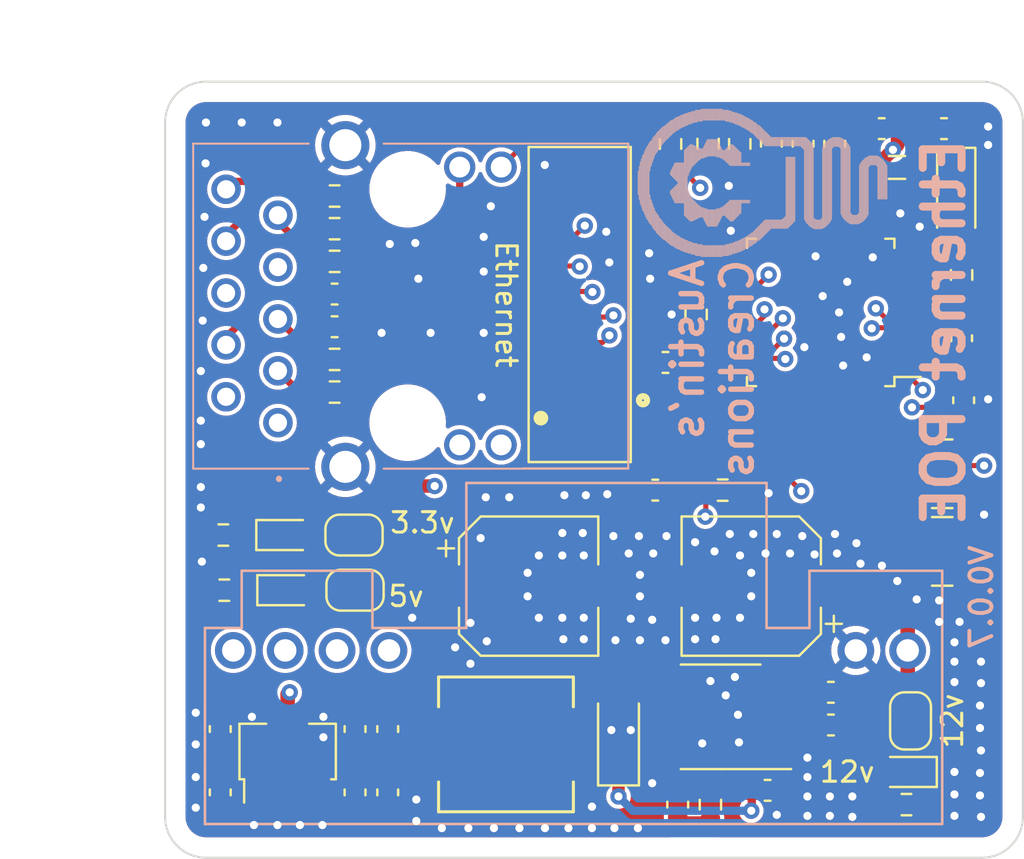
<source format=kicad_pcb>
(kicad_pcb (version 20221018) (generator pcbnew)
  (layers (0 "F.Cu" signal) (1 "In1.Cu" signal) (2 "In2.Cu" signal) (31 "B.Cu" signal) (34 "B.Paste" user) (35 "F.Paste" user) (36 "B.SilkS" user "B.Silkscreen") (37 "F.SilkS" user "F.Silkscreen") (38 "B.Mask" user) (39 "F.Mask" user) (44 "Edge.Cuts" user))
  (net 0 "")
  (net 1 "GND")
  (net 2 "+12V")
  (net 3 "Net-(U1-XI{slash}CLKIN)")
  (net 4 "+3.3V")
  (net 5 "+3.3VA")
  (net 6 "Net-(U1-XO)")
  (net 7 "Net-(C6-Pad2)")
  (net 8 "+5V")
  (net 9 "Net-(U2-SS)")
  (net 10 "Net-(U1-1V2O)")
  (net 11 "Net-(RJ45-1-RCT)")
  (net 12 "IO25_RST")
  (net 13 "IO27_SDO")
  (net 14 "IO26_CS")
  (net 15 "IO32_SCK")
  (net 16 "IO33_SDI")
  (net 17 "Net-(RJ45-1-TCT)")
  (net 18 "Net-(D1-K)")
  (net 19 "Net-(U1-TOCAP)")
  (net 20 "Net-(D2-K)")
  (net 21 "Net-(D2-A)")
  (net 22 "Net-(D3-K)")
  (net 23 "Net-(D3-A)")
  (net 25 "Net-(U2-BOOT)")
  (net 26 "Net-(R3-Pad2)")
  (net 27 "Net-(D4-K)")
  (net 28 "Net-(D4-A)")
  (net 29 "Net-(U1-~{INT})")
  (net 30 "Net-(RJ45-1-RD+)")
  (net 31 "Net-(RJ45-1-TD-)")
  (net 32 "Net-(RJ45-1-RD-)")
  (net 33 "Net-(RJ45-1-TD+)")
  (net 34 "VA1")
  (net 35 "VA2")
  (net 36 "VB1")
  (net 37 "VB2")
  (net 38 "Net-(RJ45-1-CATHODE_YELLOW)")
  (net 39 "Net-(U2-COMP)")
  (net 40 "Net-(RJ45-1-CATHODE_GREEN)")
  (net 41 "Net-(U1-EXRES1)")
  (net 42 "Net-(RN1-R4.2)")
  (net 43 "Net-(RN1-R3.2)")
  (net 44 "Net-(RN1-R2.2)")
  (net 45 "Net-(RN1-R1.2)")
  (net 46 "Net-(RN2-R1.1)")
  (net 47 "Net-(RN2-R2.1)")
  (net 48 "Net-(RN2-R3.1)")
  (net 49 "Net-(RN2-R4.1)")
  (net 50 "Net-(U1-LINKLED)")
  (net 51 "Net-(U1-ACTLED)")
  (footprint "Capacitor_SMD:C_0603_1608Metric" (layer "F.Cu") (at 30.9 51.7 -90)
    (fp_text reference "C19" hide)
    (fp_text value "10uF 25v" hide)
  )
  (footprint "Resistor_SMD:R_0603_1608Metric" (layer "F.Cu") (at 22.85 42.2)
    (fp_text reference "R15" hide)
    (fp_text value "10k" hide)
  )
  (footprint "Resistor_SMD:R_0603_1608Metric" (layer "F.Cu") (at 44.75 23.05 -90)
    (fp_text reference "R11" hide)
    (fp_text value "470R" hide)
  )
  (footprint "LED_SMD:LED_0603_1608Metric" (layer "F.Cu") (at 25.95 42.2)
    (fp_text reference "D4" hide)
    (fp_text value "red" hide)
  )
  (footprint "Capacitor_SMD:C_0603_1608Metric" (layer "F.Cu") (at 45.1 55.4 -90)
    (fp_text reference "C6" hide)
    (fp_text value "2.2nF" hide)
  )
  (footprint "Capacitor_Tantalum_SMD:CP_EIA-3216-18_Kemet-A" (layer "F.Cu") (at 58.7375 25.55 -90)
    (fp_text reference "C7" hide)
    (fp_text value "10uF 6.3V A TANT" hide)
  )
  (footprint "LED_SMD:LED_0603_1608Metric" (layer "F.Cu") (at 56.3 53.8 180)
    (fp_text reference "D2" hide)
    (fp_text value "red" hide)
  )
  (footprint "Capacitor_SMD:C_0603_1608Metric" (layer "F.Cu") (at 28.3 30.4 180)
    (fp_text reference "C17" hide)
    (fp_text value "22nF" hide)
  )
  (footprint "Jumper:SolderJumper-2_P1.3mm_Bridged_RoundedPad1.0x1.5mm" (layer "F.Cu") (at 29.3 44.9)
    (fp_text reference "JP2" hide)
    (fp_text value "5v")
  )
  (footprint "Austins creations:IND-SMD_L7.1-W6.6" (layer "F.Cu") (at 36.69 52.45 180)
    (fp_text reference "L2" hide)
    (fp_text value "82uH 2A" hide)
  )
  (footprint "bare-footprints:8 pin jst 1.25 vertical" (layer "F.Cu") (at 40.3 30.9 -90)
    (fp_text reference "J1" hide)
    (fp_text value "Ethernet")
  )
  (footprint "Capacitor_SMD:C_0603_1608Metric" (layer "F.Cu") (at 58.1375 22.3 180)
    (fp_text reference "C12" hide)
    (fp_text value "100nF" hide)
  )
  (footprint "Resistor_SMD:R_0603_1608Metric" (layer "F.Cu") (at 46 31.4 -90)
    (fp_text reference "R1" hide)
    (fp_text value "1M" hide)
  )
  (footprint "Resistor_SMD:R_0603_1608Metric" (layer "F.Cu") (at 46.5875 23.0365 -90)
    (fp_text reference "R10" hide)
    (fp_text value "470R" hide)
  )
  (footprint "Capacitor_SMD:CP_Elec_6.3x7.7" (layer "F.Cu") (at 37.8 44.7)
    (fp_text reference "C18" hide)
    (fp_text value "150uF 25v" hide)
  )
  (footprint "Resistor_SMD:R_0603_1608Metric" (layer "F.Cu") (at 46.7 55.4 -90)
    (fp_text reference "R4" hide)
    (fp_text value "47k" hide)
  )
  (footprint "LED_SMD:LED_0603_1608Metric" (layer "F.Cu") (at 26 44.9)
    (fp_text reference "D3" hide)
    (fp_text value "red" hide)
  )
  (footprint "Resistor_SMD:R_0603_1608Metric" (layer "F.Cu") (at 28.3 27.2)
    (fp_text reference "R7" hide)
    (fp_text value "49.9R" hide)
  )
  (footprint "Capacitor_SMD:C_0603_1608Metric" (layer "F.Cu") (at 52.7875 23.0365 -90)
    (fp_text reference "C11" hide)
    (fp_text value "4.7uF" hide)
  )
  (footprint "Capacitor_SMD:C_0603_1608Metric" (layer "F.Cu") (at 51.2375 23.0365 -90)
    (fp_text reference "C14" hide)
    (fp_text value "100nF" hide)
  )
  (footprint "Package_TO_SOT_SMD:SOT-89-3" (layer "F.Cu") (at 26 53.1 90)
    (fp_text reference "U3" hide)
    (fp_text value "LM1117-3.3" hide)
  )
  (footprint "Jumper:SolderJumper-2_P1.3mm_Bridged_RoundedPad1.0x1.5mm" (layer "F.Cu") (at 29.25 42.2)
    (fp_text reference "JP3" hide)
    (fp_text value "3.3v")
  )
  (footprint "Capacitor_SMD:C_0603_1608Metric" (layer "F.Cu") (at 55.0875 22.3)
    (fp_text reference "C4" hide)
    (fp_text value "100nF" hide)
  )
  (footprint "Package_QFP:LQFP-48_7x7mm_P0.5mm" (layer "F.Cu") (at 52.1 31.3 180)
    (fp_text reference "U1" hide)
    (fp_text value "W5500" hide)
  )
  (footprint "Capacitor_SMD:C_0603_1608Metric" (layer "F.Cu") (at 28.3 32 180)
    (fp_text reference "C15" hide)
    (fp_text value "10nF" hide)
  )
  (footprint "Resistor_SMD:R_0603_1608Metric" (layer "F.Cu") (at 28.3 33.6 180)
    (fp_text reference "R6" hide)
    (fp_text value "49.9R" hide)
  )
  (footprint "Resistor_SMD:R_0603_1608Metric" (layer "F.Cu") (at 59 29.4635 90)
    (fp_text reference "R5" hide)
    (fp_text value "12.4k" hide)
  )
  (footprint "Capacitor_SMD:C_0603_1608Metric" (layer "F.Cu") (at 49.6875 23.0365 -90)
    (fp_text reference "C10" hide)
    (fp_text value "10nF" hide)
  )
  (footprint "Capacitor_SMD:C_0603_1608Metric" (layer "F.Cu") (at 52.6 51.5 180)
    (fp_text reference "C5" hide)
    (fp_text value "10uF 25v" hide)
  )
  (footprint "Capacitor_SMD:C_0603_1608Metric" (layer "F.Cu") (at 52.6 49.9 180)
    (fp_text reference "C8" hide)
    (fp_text value "10nF" hide)
  )
  (footprint "Resistor_SMD:R_Array_Convex_4x0603" (layer "F.Cu") (at 58.05 39.2 180)
    (fp_text reference "RN1" hide)
    (fp_text value "10k" hide)
  )
  (footprint "Inductor_SMD:L_0805_2012Metric" (layer "F.Cu") (at 55.8375 24.2)
    (fp_text reference "L1" hide)
    (fp_text value "1uH 250mA 0805" hide)
  )
  (footprint "Austins creations:25MHz_SMD_Crystal_Resonator" (layer "F.Cu") (at 45.3 36.8 -90)
    (fp_text reference "Y1" hide)
    (fp_text value "25MHz_SMD_Crystal_Resonator" hide)
  )
  (footprint "Capacitor_SMD:C_0603_1608Metric" (layer "F.Cu") (at 30.9 54.8 90)
    (fp_text reference "C20" hide)
    (fp_text value "10uF 25v" hide)
  )
  (footprint "Resistor_SMD:R_0603_1608Metric" (layer "F.Cu") (at 28.3 28.8)
    (fp_text reference "R12" hide)
    (fp_text value "10R" hide)
  )
  (footprint "Capacitor_SMD:C_0603_1608Metric" (layer "F.Cu") (at 59 32.5635 -90)
    (fp_text reference "C13" hide)
    (fp_text value "100nF" hide)
  )
  (footprint "Capacitor_SMD:C_0603_1608Metric" (layer "F.Cu") (at 29.3 51.7 90)
    (fp_text reference "C22" hide)
    (fp_text value "1uF" hide)
  )
  (footprint "Capacitor_SMD:C_0603_1608Metric" (layer "F.Cu") (at 22.7 51.7 90)
    (fp_text reference "C24" hide)
    (fp_text value "1uF" hide)
  )
  (footprint "Resistor_SMD:R_Array_Convex_4x0603" (layer "F.Cu") (at 58.05 43)
    (fp_text reference "RN2" hide)
    (fp_text value "10k" hide)
  )
  (footprint "Jumper:SolderJumper-2_P1.3mm_Bridged_RoundedPad1.0x1.5mm" (layer "F.Cu") (at 56.5 51.3 90)
    (fp_text reference "JP1" hide)
    (fp_text value "12v")
  )
  (footprint "Package_SO:SOIC-8_3.9x4.9mm_P1.27mm" (layer "F.Cu") (at 47.2 51.1 180)
    (fp_text reference "U2" hide)
    (fp_text value "TPS5405DR" hide)
  )
  (footprint "Capacitor_SMD:C_0603_1608Metric" (layer "F.Cu") (at 22.7 54.8 90)
    (fp_text reference "C23" hide)
    (fp_text value "10uF 25v" hide)
  )
  (footprint "Diode_SMD:D_SOD-123" (layer "F.Cu") (at 42.2 52.1 90)
    (fp_text reference "D1" hide)
    (fp_text value "DSK24" hide)
  )
  (footprint "Resistor_SMD:R_0603_1608Metric" (layer "F.Cu") (at 28.3 25.6)
    (fp_text reference "R9" hide)
    (fp_text value "49.9R" hide)
  )
  (footprint "Capacitor_SMD:C_0603_1608Metric" (layer "F.Cu") (at 49.5 54.7 180)
    (fp_text reference "C16" hide)
    (fp_text value "100nF" hide)
  )
  (footprint "Capacitor_SMD:C_0603_1608Metric" (layer "F.Cu") (at 59.1 35.6 90)
    (fp_text reference "C9" hide)
    (fp_text value "10nF" hide)
  )
  (footprint "Capacitor_SMD:C_0603_1608Metric" (layer "F.Cu") (at 44 40)
    (fp_text reference "C2" hide)
    (fp_text value "20pF" hide)
  )
  (footprint "Capacitor_SMD:CP_Elec_6.3x7.7" (layer "F.Cu") (at 48.7 44.7 180)
    (fp_text reference "C3" hide)
    (fp_text value "150uF 25v" hide)
  )
  (footprint "Resistor_SMD:R_0603_1608Metric" (layer "F.Cu") (at 47.3 40 180)
    (fp_text reference "R2" hide)
    (fp_text value "10k" hide)
  )
  (footprint "Resistor_SMD:R_0603_1608Metric" (layer "F.Cu") (at 56.3 55.4 180)
    (fp_text reference "R13" hide)
    (fp_text value "10k" hide)
  )
  (footprint "Capacitor_SMD:C_0603_1608Metric" (layer "F.Cu") (at 44.5 33.75 180)
    (fp_text reference "C1" hide)
    (fp_text value "20pF" hide)
  )
  (footprint "Resistor_SMD:R_0603_1608Metric" (layer "F.Cu") (at 22.9 44.9)
    (fp_text reference "R14" hide)
    (fp_text value "10k" hide)
  )
  (footprint "Resistor_SMD:R_0603_1608Metric" (layer "F.Cu") (at 48.1375 23.05 -90)
    (fp_text reference "R3" hide)
    (fp_text value "10k" hide)
  )
  (footprint "Resistor_SMD:R_0603_1608Metric" (layer "F.Cu") (at 28.3 35.2 180)
    (fp_text reference "R8" hide)
    (fp_text value "49.9R" hide)
  )
  (footprint "Capacitor_SMD:C_0603_1608Metric" (layer "F.Cu") (at 29.3 54.8 90)
    (fp_text reference "C21" hide)
    (fp_text value "10uF 25v" hide)
  )
  (footprint "Austins creations:ARJM11D7114ABEW2" (layer "B.Cu") (at 32 31 -90)
    (fp_text reference "RJ45-1" hide)
    (fp_text value "ARJM11D7114ABEW2" hide)
  )
  (footprint "Austins creations:DP1435" (layer "B.Cu") (at 40 48)
    (fp_text reference "POE1" hide)
    (fp_text value "DP1435" hide)
  )
  (footprint "logos:Creations logo med" (layer "B.Cu") (at 46.8 25 -90)
    (fp_text reference "LOGO1" hide)
    (fp_text value "Creations_logo_med" hide)
  )
  (gr_arc (start 20 22) (mid 20.585786 20.585786) (end 22 20) (stroke (width 0.1)) (layer "Edge.Cuts"))
  (gr_arc (start 22 58) (mid 20.585786 57.414214) (end 20 56) (stroke (width 0.1)) (layer "Edge.Cuts"))
  (gr_line (start 20 22) (end 20 56) (stroke (width 0.1)) (layer "Edge.Cuts"))
  (gr_arc (start 60 20) (mid 61.414214 20.585786) (end 62 22) (stroke (width 0.1)) (layer "Edge.Cuts"))
  (gr_line (start 22 58) (end 60 58) (stroke (width 0.1)) (layer "Edge.Cuts"))
  (gr_line (start 60 20) (end 22 20) (stroke (width 0.1)) (layer "Edge.Cuts"))
  (gr_line (start 62 56) (end 62 22) (stroke (width 0.1)) (layer "Edge.Cuts"))
  (gr_arc (start 62 56) (mid 61.414214 57.414214) (end 60 58) (stroke (width 0.1)) (layer "Edge.Cuts"))
  (gr_text "Austin's\nCreations" (at 48.9 28.55 90) (layer "B.SilkS") (effects (font (size 1.5113 1.5113) (thickness 0.2667)) (justify left bottom mirror)))
  (gr_text "V0.0.7" (at 60.6 42.6 90) (layer "B.SilkS") (effects (font (size 1.0795 1.0795) (thickness 0.1905)) (justify left bottom mirror)))
  (gr_text "Ethernet POE" (at 59.25 22.6 90) (layer "B.SilkS") (effects (font (size 1.9 1.9) (thickness 0.395)) (justify left bottom mirror)))
  (gr_text "12v" (at 53.4 53.8) (layer "F.SilkS") (effects (font (size 1 1))))
  (via (at 39.45 43.2) (size 0.8) (drill 0.4) (layers "F.Cu" "B.Cu") (net 1))
  (via (at 56.8 45.35) (size 0.8) (drill 0.4) (layers "F.Cu" "B.Cu") (net 1))
  (via (at 37.35 56.55) (size 0.8) (drill 0.4) (layers "F.Cu" "B.Cu") (net 1))
  (via (at 48.15 43.2) (size 0.8) (drill 0.4) (layers "F.Cu" "B.Cu") (net 1))
  (via (at 35.75 47.4) (size 0.8) (drill 0.4) (layers "F.Cu" "B.Cu") (net 1))
  (via (at 60.3 35.55) (size 0.8) (drill 0.4) (layers "F.Cu" "B.Cu") (net 1))
  (via (at 52.9 43.1) (size 0.8) (drill 0.4) (layers "F.Cu" "B.Cu") (net 1))
  (via (at 40.5 46.25) (size 0.8) (drill 0.4) (layers "F.Cu" "B.Cu") (net 1))
  (via (at 52.55 55) (size 0.8) (drill 0.4) (layers "F.Cu" "B.Cu") (net 1))
  (via (at 59.9 53.85) (size 0.8) (drill 0.4) (layers "F.Cu" "B.Cu") (net 1))
  (via (at 43.2 42.25) (size 0.8) (drill 0.4) (layers "F.Cu" "B.Cu") (net 1))
  (via (at 46.7 49.35) (size 0.8) (drill 0.4) (layers "F.Cu" "B.Cu") (net 1))
  (via (at 59.95 52.75) (size 0.8) (drill 0.4) (layers "F.Cu" "B.Cu") (net 1))
  (via (at 39.5 47.3) (size 0.8) (drill 0.4) (layers "F.Cu" "B.Cu") (net 1))
  (via (at 43.25 45.2) (size 0.8) (drill 0.4) (layers "F.Cu" "B.Cu") (net 1))
  (via (at 53.85 42.6) (size 0.8) (drill 0.4) (layers "F.Cu" "B.Cu") (net 1))
  (via (at 43.7 28.4) (size 0.8) (drill 0.4) (layers "F.Cu" "B.Cu") (net 1))
  (via (at 39.45 42.1) (size 0.8) (drill 0.4) (layers "F.Cu" "B.Cu") (net 1))
  (via (at 58.9 46.45) (size 0.8) (drill 0.4) (layers "F.Cu" "B.Cu") (net 1))
  (via (at 37.75 45.2) (size 0.8) (drill 0.4) (layers "F.Cu" "B.Cu") (net 1))
  (via (at 22 22) (size 0.8) (drill 0.4) (layers "F.Cu" "B.Cu") (net 1))
  (via (at 21.75 40.85) (size 0.8) (drill 0.4) (layers "F.Cu" "B.Cu") (net 1))
  (via (at 55.85 44.45) (size 0.8) (drill 0.4) (layers "F.Cu" "B.Cu") (net 1))
  (via (at 60.3 22.2) (size 0.8) (drill 0.4) (layers "F.Cu" "B.Cu") (net 1))
  (via (at 31 27.95) (size 0.8) (drill 0.4) (layers "F.Cu" "B.Cu") (net 1))
  (via (at 48.1 52.35) (size 0.8) (drill 0.4) (layers "F.Cu" "B.Cu") (net 1))
  (via (at 21.5 52.45) (size 0.8) (drill 0.4) (layers "F.Cu" "B.Cu") (net 1))
  (via (at 41.6 27.35) (size 0.8) (drill 0.4) (layers "F.Cu" "B.Cu") (net 1))
  (via (at 48.7 45.2) (size 0.8) (drill 0.4) (layers "F.Cu" "B.Cu") (net 1))
  (via (at 44.55 42.25) (size 0.8) (drill 0.4) (layers "F.Cu" "B.Cu") (net 1))
  (via (at 36.85 40.35) (size 0.8) (drill 0.4) (layers "F.Cu" "B.Cu") (net 1))
  (via (at 52.55 55.95) (size 0.8) (drill 0.4) (layers "F.Cu" "B.Cu") (net 1))
  (via (at 45.95 47.3) (size 0.8) (drill 0.4) (layers "F.Cu" "B.Cu") (net 1))
  (via (at 35.7 40.35) (size 0.8) (drill 0.4) (layers "F.Cu" "B.Cu") (net 1))
  (via (at 21.98 24) (size 0.8) (drill 0.4) (layers "F.Cu" "B.Cu") (net 1))
  (via (at 34.2 47.7) (size 0.8) (drill 0.4) (layers "F.Cu" "B.Cu") (net 1))
  (via (at 60.3 23.1) (size 0.8) (drill 0.4) (layers "F.Cu" "B.Cu") (net 1))
  (via (at 58.65 53.8) (size 0.8) (drill 0.4) (layers "F.Cu" "B.Cu") (net 1))
  (via (at 25.5 22) (size 0.8) (drill 0.4) (layers "F.Cu" "B.Cu") (net 1))
  (via (at 21.5 55.55) (size 0.8) (drill 0.4) (layers "F.Cu" "B.Cu") (net 1))
  (via (at 35.6 29.3) (size 0.8) (drill 0.4) (layers "F.Cu" "B.Cu") (net 1))
  (via (at 51.8 43.15) (size 0.8) (drill 0.4) (layers "F.Cu" "B.Cu") (net 1))
  (via (at 54.65 28.6) (size 0.8) (drill 0.4) (layers "F.Cu" "B.Cu") (net 1))
  (via (at 32.4 29.65) (size 0.8) (drill 0.4) (layers "F.Cu" "B.Cu") (net 1))
  (via (at 51.45 54.05) (size 0.8) (drill 0.4) (layers "F.Cu" "B.Cu") (net 1))
  (via (at 51.45 55.95) (size 0.8) (drill 0.4) (layers "F.Cu" "B.Cu") (net 1))
  (via (at 58.65 54.9) (size 0.8) (drill 0.4) (layers "F.Cu" "B.Cu") (net 1))
  (via (at 39.75 56.55) (size 0.8) (drill 0.4) (layers "F.Cu" "B.Cu") (net 1))
  (via (at 36.1 56.55) (size 0.8) (drill 0.4) (layers "F.Cu" "B.Cu") (net 1))
  (via (at 37.75 44.05) (size 0.8) (drill 0.4) (layers "F.Cu" "B.Cu") (net 1))
  (via (at 24.25 51.1) (size 0.8) (drill 0.4) (layers "F.Cu" "B.Cu") (net 1))
  (via (at 41.95 42.25) (size 0.8) (drill 0.4) (layers "F.Cu" "B.Cu") (net 1))
  (via (at 25.5 56.4) (size 0.8) (drill 0.4) (layers "F.Cu" "B.Cu") (net 1))
  (via (at 49.4 43.1) (size 0.8) (drill 0.4) (layers "F.Cu" "B.Cu") (net 1))
  (via (at 38.3 43.2) (size 0.8) (drill 0.4) (layers "F.Cu" "B.Cu") (net 1))
  (via (at 35.45 42.35) (size 0.8) (drill 0.4) (layers "F.Cu" "B.Cu") (net 1))
  (via (at 40.5 47.3) (size 0.8) (drill 0.4) (layers "F.Cu" "B.Cu") (net 1))
  (via (at 40.5 43.2) (size 0.8) (drill 0.4) (layers "F.Cu" "B.Cu") (net 1))
  (via (at 59.9 54.95) (size 0.8) (drill 0.4) (layers "F.Cu" "B.Cu") (net 1))
  (via (at 48.15 46.25) (size 0.8) (drill 0.4) (layers "F.Cu" "B.Cu") (net 1))
  (via (at 43.25 44.15) (size 0.8) (drill 0.4) (layers "F.Cu" "B.Cu") (net 1))
  (via (at 42 56.55) (size 0.8) (drill 0.4) (layers "F.Cu" "B.Cu") (net 1))
  (via (at 34.95 48.5) (size 0.8) (drill 0.4) (layers "F.Cu" "B.Cu") (net 1))
  (via (at 39.55 40.25) (size 0.8) (drill 0.4) (layers "F.Cu" "B.Cu") (net 1))
  (via (at 47.9 49.15) (size 0.8) (drill 0.4) (layers "F.Cu" "B.Cu") (net 1))
  (via (at 43.75 29.65) (size 0.8) (drill 0.4) (layers "F.Cu" "B.Cu") (net 1))
  (via (at 34.95 46.5) (size 0.8) (drill 0.4) (layers "F.Cu" "B.Cu") (net 1))
  (via (at 21.75 36.6) (size 0.8) (drill 0.4) (layers "F.Cu" "B.Cu") (net 1))
  (via (at 35.6 27.6) (size 0.8) (drill 0.4) (layers "F.Cu" "B.Cu") (net 1))
  (via (at 48.8 42.15) (size 0.8) (drill 0.4) (layers "F.Cu" "B.Cu") (net 1))
  (via (at 21.8 43.5) (size 0.8) (drill 0.4) (layers "F.Cu" "B.Cu") (net 1))
  (via (at 40.6 40.25) (size 0.8) (drill 0.4) (layers "F.Cu" "B.Cu") (net 1))
  (via (at 24.35 56.4) (size 0.8) (drill 0.4) (layers "F.Cu" "B.Cu") (net 1))
  (via (at 57.9 46.45) (size 0.8) (drill 0.4) (layers "F.Cu" "B.Cu") (net 1))
  (via (at 21.75 34.17) (size 0.8) (drill 0.4) (layers "F.Cu" "B.Cu") (net 1))
  (via (at 55.1 43.7) (size 0.8) (drill 0.4) (layers "F.Cu" "B.Cu") (net 1))
  (via (at 53 31.3) (size 0.8) (drill 0.4) (layers "F.Cu" "B.Cu") (net 1))
  (via (at 53.4 29.8) (size 0.8) (drill 0.4) (layers "F.Cu" "B.Cu") (net 1))
  (via (at 21.87 29.12) (size 0.8) (drill 0.4) (layers "F.Cu" "B.Cu") (net 1))
  (via (at 43.25 47.35) (size 0.8) (drill 0.4) (layers "F.Cu" "B.Cu") (net 1))
  (via (at 33.55 56.55) (size 0.8) (drill 0.4) (layers "F.Cu" "B.Cu") (net 1))
  (via (at 51.3 33) (size 0.8) (drill 0.4) (layers "F.Cu" "B.Cu") (net 1))
  (via (at 26.6 56.4) (size 0.8) (drill 0.4) (layers "F.Cu" "B.Cu") (net 1))
  (via (at 21.5 50.9) (size 0.8) (drill 0.4) (layers "F.Cu" "B.Cu") (net 1))
  (via (at 32.3 56.2) (size 0.8) (drill 0.4) (layers "F.Cu" "B.Cu") (net 1))
  (via (at 38.3 46.25) (size 0.8) (drill 0.4) (layers "F.Cu" "B.Cu") (net 1))
  (via (at 60.1 41.2) (size 0.8) (drill 0.4) (layers "F.Cu" "B.Cu") (net 1))
  (via (at 49.95 55.9) (size 0.8) (drill 0.4) (layers "F.Cu" "B.Cu") (net 1))
  (via (at 45.95 42.55) (size 0.8) (drill 0.4) (layers "F.Cu" "B.Cu") (net 1))
  (via (at 56 26.45) (size 0.8) (drill 0.4) (layers "F.Cu" "B.Cu") (net 1))
  (via (at 47.65 42.15) (size 0.8) (drill 0.4) (layers "F.Cu" "B.Cu") (net 1))
  (via (at 27.75 52.1) (size 0.8) (drill 0.4) (layers "F.Cu" "B.Cu") (net 1))
  (via (at 49.55 40.15) (size 0.8) (drill 0.4) (layers "F.Cu" "B.Cu") (net 1))
  (via (at 27.7 56.4) (size 0.8) (drill 0.4) (layers "F.Cu" "B.Cu") (net 1))
  (via (at 51.45 53.1) (size 0.8) (drill 0.4) (layers "F.Cu" "B.Cu") (net 1))
  (via (at 41.65 40.2) (size 0.8) (drill 0.4) (layers "F.Cu" "B.Cu") (net 1))
  (via (at 40.9 56.55) (size 0.8) (drill 0.4) (layers "F.Cu" "B.Cu") (net 1))
  (via (at 38.6 56.55) (size 0.8) (drill 0.4) (layers "F.Cu" "B.Cu") (net 1))
  (via (at 43.9 43.1) (size 0.8) (drill 0.4) (layers "F.Cu" "B.Cu") (net 1))
  (via (at 46.3 52.4) (size 0.8) (drill 0.4) (layers "F.Cu" "B.Cu") (net 1))
  (via (at 42.8 51.75) (size 0.8) (drill 0.4) (layers "F.Cu" "B.Cu") (net 1))
  (via (at 53.65 56) (size 0.8) (drill 0.4) (layers "F.Cu" "B.Cu") (net 1))
  (via (at 39.45 46.25) (size 0.8) (drill 0.4) (layers "F.Cu" "B.Cu") (net 1))
  (via (at 46.95 47.3) (size 0.8) (drill 0.4) (layers "F.Cu" "B.Cu") (net 1))
  (via (at 54.35 33.5) (size 0.8) (drill 0.4) (layers "F.Cu" "B.Cu") (net 1))
  (via (at 49.95 42.15) (size 0.8) (drill 0.4) (layers "F.Cu" "B.Cu") (net 1))
  (via (at 47.45 50.05) (size 0.8) (drill 0.4) (layers "F.Cu" "B.Cu") (net 1))
  (via (at 51.2 42.25) (size 0.8) (drill 0.4) (layers "F.Cu" "B.Cu") (net 1))
  (via (at 52.8 42.15) (size 0.8) (drill 0.4) (layers "F.Cu" "B.Cu") (net 1))
  (via (at 48.05 51) (size 0.8) (drill 0.4) (layers "F.Cu" "B.Cu") (net 1))
  (via (at 53.65 55) (size 0.8) (drill 0.4) (layers "F.Cu" "B.Cu") (net 1))
  (via (at 30.6 32.3) (size 0.8) (drill 0.4) (layers "F.Cu" "B.Cu") (net 1))
  (via (at 53.1 32.5) (size 0.8) (drill 0.4) (layers "F.Cu" "B.Cu") (net 1))
  (via (at 46.9 43) (size 0.8) (drill 0.4) (layers "F.Cu" "B.Cu") (net 1))
  (via (at 47.6011 25.1) (size 0.8) (drill 0.4) (layers "F.Cu" "B.Cu") (net 1))
  (via (at 59.9 51.65) (size 0.8) (drill 0.4) (layers "F.Cu" "B.Cu") (net 1))
  (via (at 45.95 46.25) (size 0.8) (drill 0.4) (layers "F.Cu" "B.Cu") (net 1))
  (via (at 43.85 46.35) (size 0.8) (drill 0.4) (layers "F.Cu" "B.Cu") (net 1))
  (via (at 32.3 55.15) (size 0.8) (drill 0.4) (layers "F.Cu" "B.Cu") (net 1))
  (via (at 57.9 45.4) (size 0.8) (drill 0.4) (layers "F.Cu" "B.Cu") (net 1))
  (via (at 43.85 54.35) (size 0.8) (drill 0.4) (layers "F.Cu" "B.Cu") (net 1))
  (via (at 21.75 39.85) (size 0.8) (drill 0.4) (layers "F.Cu" "B.Cu") (net 1))
  (via (at 44.8 31.4) (size 0.8) (drill 0.4) (layers "F.Cu" "B.Cu") (net 1))
  (via (at 47.7 27.3) (size 0.8) (drill 0.4) (layers "F.Cu" "B.Cu") (net 1))
  (via (at 21.5 54.05) (size 0.8) (drill 0.4) (layers "F.Cu" "B.Cu") (net 1))
  (via (at 44.5 47.35) (size 0.8) (drill 0.4) (layers "F.Cu" "B.Cu") (net 1))
  (via (at 51.45 55) (size 0.8) (drill 0.4) (layers "F.Cu" "B.Cu") (net 1))
  (via (at 51.85 28.55) (size 0.8) (drill 0.4) (layers "F.Cu" "B.Cu") (net 1))
  (via (at 27.75 51.1) (size 0.8) (drill 0.4) (layers "F.Cu" "B.Cu") (net 1))
  (via (at 58.65 47.45) (size 0.8) (drill 0.4) (layers "F.Cu" "B.Cu") (net 1))
  (via (at 40.9 55.5) (size 0.8) (drill 0.4) (layers "F.Cu" "B.Cu") (net 1))
  (via (at 34.85 56.55) (size 0.8) (drill 0.4) (layers "F.Cu" "B.Cu") (net 1))
  (via (at 42.7 43.1) (size 0.8) (drill 0.4) (layers "F.Cu" "B.Cu") (net 1))
  (via (at 35.5 35.45) (size 0.8) (drill 0.4) (layers "F.Cu" "B.Cu") (net 1))
  (via (at 43.15 56.55) (size 0.8) (drill 0.4) (layers "F.Cu" "B.Cu") (net 1))
  (via (at 58.65 55.95) (size 0.8) (drill 0.4) (layers "F.Cu" "B.Cu") (net 1))
  (via (at 59.95 49.45) (size 0.8) (drill 0.4) (layers "F.Cu" "B.Cu") (net 1))
  (via (at 41.75 28.85) (size 0.8) (drill 0.4) (layers "F.Cu" "B.Cu") (net 1))
  (via (at 54.05 43.6) (size 0.8) (drill 0.4) (layers "F.Cu" "B.Cu") (net 1))
  (via (at 32.25 27.9) (size 0.8) (drill 0.4) (layers "F.Cu" "B.Cu") (net 1))
  (via (at 50.6 43.1) (size 0.8) (drill 0.4) (layers "F.Cu" "B.Cu") (net 1))
  (via (at 42.8 46.3) (size 0.8) (drill 0.4) (layers "F.Cu" "B.Cu") (net 1))
  (via (at 40.45 42.1) (size 0.8) (drill 0.4) (layers "F.Cu" "B.Cu") (net 1))
  (via (at 59.95 56) (size 0.8) (drill 0.4) (layers "F.Cu" "B.Cu") (net 1))
  (via (at 21.75 37.75) (size 0.8) (drill 0.4) (layers "F.Cu" "B.Cu") (net 1))
  (via (at 42.05 47.35) (size 0.8) (drill 0.4) (layers "F.Cu" "B.Cu") (net 1))
  (via (at 47 46.25) (size 0.8) (drill 0.4) (layers "F.Cu" "B.Cu") (net 1))
  (via (at 21.84 31.7) (size 0.8) (drill 0.4) (layers "F.Cu" "B.Cu") (net 1))
  (via (at 52.2 30.5) (size 0.8) (drill 0.4) (layers "F.Cu" "B.Cu") (net 1))
  (via (at 38.59 24.08) (size 0.8) (drill 0.4) (layers "F.Cu" "B.Cu") (net 1))
  (via (at 58.65 48.4) (size 0.8) (drill 0.4) (layers "F.Cu" "B.Cu") (net 1))
  (via (at 53.2 33.9) (size 0.8) (drill 0.4) (layers "F.Cu" "B.Cu") (net 1))
  (via (at 56.95 27.1) (size 0.8) (drill 0.4) (layers "F.Cu" "B.Cu") (net 1))
  (via (at 48.7 44.05) (size 0.8) (drill 0.4) (layers "F.Cu" "B.Cu") (net 1))
  (via (at 35.6 32.3) (size 0.8) (drill 0.4) (layers "F.Cu" "B.Cu") (net 1))
  (via (at 35.95 26.1) (size 0.8) (drill 0.4) (layers "F.Cu" "B.Cu") (net 1))
  (via (at 41.85 51.75) (size 0.8) (drill 0.4) (layers "F.Cu" "B.Cu") (net 1))
  (via (at 23.75 22) (size 0.8) (drill 0.4) (layers "F.Cu" "B.Cu") (net 1))
  (via (at 59.95 48.4) (size 0.8) (drill 0.4) (layers "F.Cu" "B.Cu") (net 1))
  (via (at 21.93 26.62) (size 0.8) (drill 0.4) (layers "F.Cu" "B.Cu") (net 1))
  (via (at 33 32.3) (size 0.8) (drill 0.4) (layers "F.Cu" "B.Cu") (net 1))
  (via (at 32.1 46.25) (size 0.8) (drill 0.4) (layers "F.Cu" "B.Cu") (net 1))
  (via (at 58.65 49.4) (size 0.8) (drill 0.4) (layers "F.Cu" "B.Cu") (net 1))
  (via (at 59.9 50.55) (size 0.8) (drill 0.4) (layers "F.Cu" "B.Cu") (net 1))
  (segment (start 55 51.1) (end 55 51.7) (width 0.7112) (layer "F.Cu") (net 2))
  (segment (start 51.825 51.825) (end 51.825 51.5) (width 0.7112) (layer "F.Cu") (net 2))
  (segment (start 56.36 46.56) (end 56.36 47.85) (width 0.7112) (layer "F.Cu") (net 2))
  (segment (start 55 51.7) (end 54 52.7) (width 0.7112) (layer "F.Cu") (net 2))
  (segment (start 56.36 50.51) (end 56.5 50.65) (width 0.7112) (layer "F.Cu") (net 2))
  (segment (start 51.4 44.7) (end 54.5 44.7) (width 0.7112) (layer "F.Cu") (net 2))
  (segment (start 56.5 50.65) (end 55.45 50.65) (width 0.7112) (layer "F.Cu") (net 2))
  (segment (start 54 52.7) (end 52.7 52.7) (width 0.7112) (layer "F.Cu") (net 2))
  (segment (start 54.5 44.7) (end 56.36 46.56) (width 0.7112) (layer "F.Cu") (net 2))
  (segment (start 56.36 47.85) (end 56.36 50.51) (width 0.7112) (layer "F.Cu") (net 2))
  (segment (start 52.7 52.7) (end 51.825 51.825) (width 0.7112) (layer "F.Cu") (net 2))
  (segment (start 51.59 51.735) (end 51.825 51.5) (width 0.6096) (layer "F.Cu") (net 2))
  (segment (start 49.675 51.735) (end 51.59 51.735) (width 0.6096) (layer "F.Cu") (net 2))
  (segment (start 55.45 50.65) (end 55 51.1) (width 0.7112) (layer "F.Cu") (net 2))
  (segment (start 43.725 31.325) (end 43.725 34.95) (width 0.25) (layer "F.Cu") (net 3))
  (segment (start 43.725 34.95) (end 44.425 35.65) (width 0.25) (layer "F.Cu") (net 3))
  (segment (start 44.475 30.575) (end 43.725 31.325) (width 0.25) (layer "F.Cu") (net 3))
  (segment (start 46.475 31.05) (end 46 30.575) (width 0.25) (layer "F.Cu") (net 3))
  (segment (start 46 30.575) (end 44.475 30.575) (width 0.25) (layer "F.Cu") (net 3))
  (segment (start 47.9375 31.05) (end 46.475 31.05) (width 0.25) (layer "F.Cu") (net 3))
  (segment (start 47.9375 30.05) (end 48.95 30.05) (width 0.25) (layer "F.Cu") (net 4))
  (segment (start 22.7 54.025) (end 22.7 52.475) (width 0.7112) (layer "F.Cu") (net 4))
  (segment (start 48.95 30.05) (end 49.55 29.45) (width 0.25) (layer "F.Cu") (net 4))
  (segment (start 55.8625 23.1125) (end 55.8625 22.3) (width 0.6604) (layer "F.Cu") (net 4))
  (segment (start 54.775 24.2) (end 55.6375 23.3375) (width 0.6604) (layer "F.Cu") (net 4))
  (segment (start 46.475 40) (end 46.475 41.275) (width 0.25) (layer "F.Cu") (net 4))
  (segment (start 55.6375 23.3375) (end 55.8625 23.1125) (width 0.6604) (layer "F.Cu") (net 4))
  (segment (start 29.125 28.8) (end 32.8 28.8) (width 0.3556) (layer "F.Cu") (net 4))
  (segment (start 24.4362 52.475) (end 26 54.0388) (width 0.7112) (layer "F.Cu") (net 4))
  (segment (start 32.8 28.8) (end 34.425 27.175) (width 0.3556) (layer "F.Cu") (net 4))
  (segment (start 58.95 38.8) (end 58.95 39.6) (width 0.25) (layer "F.Cu") (net 4))
  (segment (start 33.2 39.8) (end 32.3 39.8) (width 0.6604) (layer "F.Cu") (net 4))
  (segment (start 32.3 39.8) (end 29.9 42.2) (width 0.6604) (layer "F.Cu") (net 4))
  (segment (start 26 50) (end 26.1 49.9) (width 0.7112) (layer "F.Cu") (net 4))
  (segment (start 34.425 27.175) (end 34.425 24.185) (width 0.3556) (layer "F.Cu") (net 4))
  (segment (start 58.95 38) (end 58.95 38.8) (width 0.25) (layer "F.Cu") (net 4))
  (segment (start 22.7 52.475) (end 24.4362 52.475) (width 0.7112) (layer "F.Cu") (net 4))
  (segment (start 29.125 25.6) (end 29.125 28.8) (width 0.3556) (layer "F.Cu") (net 4))
  (segment (start 58.95 38.8) (end 60.1 38.8) (width 0.25) (layer "F.Cu") (net 4))
  (segment (start 26 54.6625) (end 26 50) (width 0.7112) (layer "F.Cu") (net 4))
  (segment (start 26 54.0388) (end 26 54.6625) (width 0.7112) (layer "F.Cu") (net 4))
  (segment (start 46.475 41.275) (end 46.45 41.3) (width 0.25) (layer "F.Cu") (net 4))
  (via (at 55.6375 23.3375) (size 0.8) (drill 0.4) (layers "F.Cu" "B.Cu") (net 4))
  (via (at 60.1 38.8) (size 0.8) (drill 0.4) (layers "F.Cu" "B.Cu") (net 4))
  (via (at 46.45 41.3) (size 0.8) (drill 0.4) (layers "F.Cu" "B.Cu") (net 4))
  (via (at 33.2 39.8) (size 0.8) (drill 0.4) (layers "F.Cu" "B.Cu") (net 4))
  (via (at 26.1 49.9) (size 0.8) (drill 0.4) (layers "F.Cu" "B.Cu") (net 4))
  (via (at 49.55 29.45) (size 0.8) (drill 0.4) (layers "F.Cu" "B.Cu") (net 4))
  (segment (start 53.35 25.75) (end 52.85 26.25) (width 0.254) (layer "F.Cu") (net 5))
  (segment (start 55.027443 29.4) (end 54.25 29.4) (width 0.254) (layer "F.Cu") (net 5))
  (segment (start 56.9 24.6375) (end 56.1875 25.35) (width 0.6604) (layer "F.Cu") (net 5))
  (segment (start 57.3625 22.3) (end 57.3625 23.7375) (width 0.6604) (layer "F.Cu") (net 5))
  (segment (start 50.85 28.8) (end 50.85 27.1375) (width 0.254) (layer "F.Cu") (net 5))
  (segment (start 55.377443 29.05) (end 55.027443 29.4) (width 0.254) (layer "F.Cu") (net 5))
  (segment (start 50.85 27.1375) (end 50.85 24.199) (width 0.254) (layer "F.Cu") (net 5))
  (segment (start 54.25 29.4) (end 53.85 29) (width 0.254) (layer "F.Cu") (net 5))
  (segment (start 56.1875 25.35) (end 53.75 25.35) (width 0.6604) (layer "F.Cu") (net 5))
  (segment (start 56.2625 30.55) (end 57.30944 30.55) (width 0.254) (layer "F.Cu") (net 5))
  (segment (start 58.4385 33.3385) (end 57.75 32.65) (width 0.4064) (layer "F.Cu") (net 5))
  (segment (start 53.35 25.75) (end 53.85 26.25) (width 0.254) (layer "F.Cu") (net 5))
  (segment (start 52.85 26.25) (end 52.85 27.1375) (width 0.254) (layer "F.Cu") (net 5))
  (segment (start 60.3 25.3) (end 59.2 24.2) (width 0.4064) (layer "F.Cu") (net 5))
  (segment (start 57.52972 32.42972) (end 57.52972 30.77028) (width 0.4064) (layer "F.Cu") (net 5))
  (segment (start 59 33.3385) (end 59.7615 33.3385) (width 0.4064) (layer "F.Cu") (net 5))
  (segment (start 59.7615 33.3385) (end 60.3 32.8) (width 0.4064) (layer "F.Cu") (net 5))
  (segment (start 59.2 24.2) (end 58.7375 24.2) (width 0.4064) (layer "F.Cu") (net 5))
  (segment (start 59 33.3385) (end 59 34.725) (width 0.4064) (layer "F.Cu") (net 5))
  (segment (start 57.75 32.65) (end 57.52972 32.42972) (width 0.4064) (layer "F.Cu") (net 5))
  (segment (start 56.9 24.2) (end 56.9 24.6375) (width 0.6604) (layer "F.Cu") (net 5))
  (segment (start 56.9 24.2) (end 58.7375 24.2) (width 0.6604) (layer "F.Cu") (net 5))
  (segment (start 52.85 28.65) (end 52.15 29.35) (width 0.254) (layer "F.Cu") (net 5))
  (segment (start 59 34.725) (end 59.1 34.825) (width 0.4064) (layer "F.Cu") (net 5))
  (segment (start 60.3 32.8) (end 60.3 25.3) (width 0.4064) (layer "F.Cu") (net 5))
  (segment (start 51.4 29.35) (end 50.85 28.8) (width 0.254) (layer "F.Cu") (net 5))
  (segment (start 53.85 26.25) (end 53.85 27.1375) (width 0.254) (layer "F.Cu") (net 5))
  (segment (start 53.75 25.35) (end 53.35 25.75) (width 0.6604) (layer "F.Cu") (net 5))
  (segment (start 53.85 29) (end 53.85 27.1375) (width 0.254) (layer "F.Cu") (net 5))
  (segment (start 52.15 29.35) (end 51.4 29.35) (width 0.254) (layer "F.Cu") (net 5))
  (segment (start 57.30944 30.55) (end 57.52972 30.77028) (width 0.254) (layer "F.Cu") (net 5))
  (segment (start 57.40944 32.55) (end 57.52972 32.42972) (width 0.254) (layer "F.Cu") (net 5))
  (segment (start 57.3625 23.7375) (end 56.9 24.2) (width 0.6604) (layer "F.Cu") (net 5))
  (segment (start 56.2625 29.05) (end 55.377443 29.05) (width 0.254) (layer "F.Cu") (net 5))
  (segment (start 52.85 27.1375) (end 52.85 28.65) (width 0.254) (layer "F.Cu") (net 5))
  (segment (start 56.2625 32.55) (end 57.40944 32.55) (width 0.254) (layer "F.Cu") (net 5))
  (segment (start 50.85 24.199) (end 51.2375 23.8115) (width 0.254) (layer "F.Cu") (net 5))
  (segment (start 59 33.3385) (end 58.4385 33.3385) (width 0.4064) (layer "F.Cu") (net 5))
  (segment (start 44.775 39.7375) (end 44.775 40) (width 0.25) (layer "F.Cu") (net 6))
  (segment (start 47.9375 31.55) (end 46.675 31.55) (width 0.25) (layer "F.Cu") (net 6))
  (segment (start 46.175 37.95) (end 46.175 38.3375) (width 0.25) (layer "F.Cu") (net 6))
  (segment (start 46.6 34.3) (end 46.6 32.825) (width 0.25) (layer "F.Cu") (net 6))
  (segment (start 47.3 35) (end 46.6 34.3) (width 0.25) (layer "F.Cu") (net 6))
  (segment (start 46.6 32.825) (end 46 32.225) (width 0.25) (layer "F.Cu") (net 6))
  (segment (start 46.175 38.3375) (end 44.775 39.7375) (width 0.25) (layer "F.Cu") (net 6))
  (segment (start 47.3 36.825) (end 47.3 35) (width 0.25) (layer "F.Cu") (net 6))
  (segment (start 46.175 37.95) (end 47.3 36.825) (width 0.25) (layer "F.Cu") (net 6))
  (segment (start 46.675 31.55) (end 46 32.225) (width 0.25) (layer "F.Cu") (net 6))
  (segment (start 46.65 56.175) (end 46.7 56.225) (width 0.4064) (layer "F.Cu") (net 7))
  (segment (start 45.1 56.175) (end 46.65 56.175) (width 0.4064) (layer "F.Cu") (net 7))
  (segment (start 32.25 54.025) (end 33.775 52.5) (width 0.7112) (layer "F.Cu") (net 8))
  (segment (start 29.3 54.025) (end 30.9 54.025) (width 0.7112) (layer "F.Cu") (net 8))
  (segment (start 28.225 54.025) (end 27.5 54.75) (width 0.7112) (layer "F.Cu") (net 8))
  (segment (start 38.4 35.575) (end 38.7 35.275) (width 0.7112) (layer "F.Cu") (net 8))
  (segment (start 38.4 41.4) (end 38.4 35.575) (width 0.7112) (layer "F.Cu") (net 8))
  (segment (start 31.05 43.8) (end 29.95 44.9) (width 0.7112) (layer "F.Cu") (net 8))
  (segment (start 34.2 43.8) (end 31.05 43.8) (width 0.7112) (layer "F.Cu") (net 8))
  (segment (start 30.9 52.475) (end 33.75 52.475) (width 0.7112) (layer "F.Cu") (net 8))
  (segment (start 30.9 54.025) (end 32.25 54.025) (width 0.7112) (layer "F.Cu") (net 8))
  (segment (start 35.1 44.7) (end 34.2 43.8) (width 0.7112) (layer "F.Cu") (net 8))
  (segment (start 35.1 44.7) (end 38.4 41.4) (width 0.7112) (layer "F.Cu") (net 8))
  (segment (start 44.23 48.7) (end 38.8 48.7) (width 0.7112) (layer "F.Cu") (net 8))
  (segment (start 44.725 49.195) (end 44.23 48.7) (width 0.7112) (layer "F.Cu") (net 8))
  (segment (start 29.3 52.475) (end 30.9 52.475) (width 0.7112) (layer "F.Cu") (net 8))
  (segment (start 27.5 54.275) (end 29.3 52.475) (width 0.7112) (layer "F.Cu") (net 8))
  (segment (start 37.575 48.7) (end 38.8 48.7) (width 0.7112) (layer "F.Cu") (net 8))
  (segment (start 38.8 48.7) (end 35.1 45) (width 0.7112) (layer "F.Cu") (net 8))
  (segment (start 35.1 45) (end 35.1 44.7) (width 0.7112) (layer "F.Cu") (net 8))
  (segment (start 33.78 52.45) (end 33.825 52.45) (width 0.7112) (layer "F.Cu") (net 8))
  (segment (start 33.825 52.45) (end 37.575 48.7) (width 0.7112) (layer "F.Cu") (net 8))
  (segment (start 29.3 54.025) (end 28.225 54.025) (width 0.7112) (layer "F.Cu") (net 8))
  (segment (start 27.5 54.75) (end 27.5 54.275) (width 0.7112) (layer "F.Cu") (net 8))
  (segment (start 33.75 52.475) (end 33.775 52.5) (width 0.7112) (layer "F.Cu") (net 8))
  (segment (start 51.12 49.195) (end 51.825 49.9) (width 0.4064) (layer "F.Cu") (net 9))
  (segment (start 49.675 49.195) (end 51.12 49.195) (width 0.4064) (layer "F.Cu") (net 9))
  (segment (start 50.35 24.474) (end 49.6875 23.8115) (width 0.2032) (layer "F.Cu") (net 10))
  (segment (start 50.35 27.1375) (end 50.35 24.474) (width 0.2032) (layer "F.Cu") (net 10))
  (segment (start 26.1 30.5) (end 25 30.5) (width 0.3556) (layer "F.Cu") (net 11))
  (segment (start 29.125 33.6) (end 29.125 35.2) (width 0.3556) (layer "F.Cu") (net 11))
  (segment (start 22.985 32.515) (end 22.985 32.89) (width 0.3556) (layer "F.Cu") (net 11))
  (segment (start 27.525 32) (end 29.125 33.6) (width 0.3556) (layer "F.Cu") (net 11))
  (segment (start 25 30.5) (end 22.985 32.515) (width 0.3556) (layer "F.Cu") (net 11))
  (segment (start 27.525 32) (end 27.525 31.925) (width 0.3556) (layer "F.Cu") (net 11))
  (segment (start 27.525 31.925) (end 26.1 30.5) (width 0.3556) (layer "F.Cu") (net 11))
  (segment (start 51.15 40.05) (end 49.4 38.3) (width 0.25) (layer "F.Cu") (net 12))
  (segment (start 49.35 36.283363) (end 49.35 35.4625) (width 0.25) (layer "F.Cu") (net 12))
  (segment (start 49.4 36.333363) (end 49.35 36.283363) (width 0.25) (layer "F.Cu") (net 12))
  (segment (start 49.4 38.3) (end 49.4 36.333363) (width 0.25) (layer "F.Cu") (net 12))
  (segment (start 40.55 27.05) (end 39.825 27.775) (width 0.25) (layer "F.Cu") (net 12))
  (segment (start 39.825 27.775) (end 38.7 27.775) (width 0.25) (layer "F.Cu") (net 12))
  (via (at 40.55 27.05) (size 0.8) (drill 0.4) (layers "F.Cu" "B.Cu") (net 12))
  (via (at 51.15 40.05) (size 0.8) (drill 0.4) (layers "F.Cu" "B.Cu") (net 12))
  (segment (start 49.84152 33.05) (end 47.9375 33.05) (width 0.25) (layer "F.Cu") (net 13))
  (segment (start 40.8995 30.275) (end 38.7 30.275) (width 0.25) (layer "F.Cu") (net 13))
  (segment (start 40.9245 30.3) (end 40.8995 30.275) (width 0.25) (layer "F.Cu") (net 13))
  (segment (start 50.306906 32.584614) (end 49.84152 33.05) (width 0.25) (layer "F.Cu") (net 13))
  (via (at 50.306906 32.584614) (size 0.8) (drill 0.4) (layers "F.Cu" "B.Cu") (net 13))
  (via (at 40.9245 30.3) (size 0.8) (drill 0.4) (layers "F.Cu" "B.Cu") (net 13))
  (segment (start 49.35 31.15) (end 49.35 31.458363) (width 0.25) (layer "F.Cu") (net 14))
  (segment (start 38.7 32.775) (end 41.405997 32.775) (width 0.25) (layer "F.Cu") (net 14))
  (segment (start 48.758363 32.05) (end 47.9375 32.05) (width 0.25) (layer "F.Cu") (net 14))
  (segment (start 41.405997 32.775) (end 41.755497 32.4255) (width 0.25) (layer "F.Cu") (net 14))
  (segment (start 49.35 31.458363) (end 48.758363 32.05) (width 0.25) (layer "F.Cu") (net 14))
  (via (at 41.755497 32.4255) (size 0.8) (drill 0.4) (layers "F.Cu" "B.Cu") (net 14))
  (via (at 49.35 31.15) (size 0.8) (drill 0.4) (layers "F.Cu" "B.Cu") (net 14))
  (segment (start 41.950939 31.445292) (end 41.871231 31.525) (width 0.25) (layer "F.Cu") (net 15))
  (segment (start 50.249011 31.586789) (end 49.2858 32.55) (width 0.25) (layer "F.Cu") (net 15))
  (segment (start 49.2858 32.55) (end 47.9375 32.55) (width 0.25) (layer "F.Cu") (net 15))
  (segment (start 41.871231 31.525) (end 38.7 31.525) (width 0.25) (layer "F.Cu") (net 15))
  (via (at 41.950939 31.445292) (size 0.8) (drill 0.4) (layers "F.Cu" "B.Cu") (net 15))
  (via (at 50.249011 31.586789) (size 0.8) (drill 0.4) (layers "F.Cu" "B.Cu") (net 15))
  (segment (start 40.3 29.05) (end 40.275 29.025) (width 0.25) (layer "F.Cu") (net 16))
  (segment (start 50.366278 33.582352) (end 50.333926 33.55) (width 0.25) (layer "F.Cu") (net 16))
  (segment (start 50.333926 33.55) (end 47.9375 33.55) (width 0.25) (layer "F.Cu") (net 16))
  (segment (start 40.275 29.025) (end 38.7 29.025) (width 0.25) (layer "F.Cu") (net 16))
  (via (at 50.366278 33.582352) (size 0.8) (drill 0.4) (layers "F.Cu" "B.Cu") (net 16))
  (via (at 40.3 29.05) (size 0.8) (drill 0.4) (layers "F.Cu" "B.Cu") (net 16))
  (segment (start 27.475 30.35) (end 27.525 30.4) (width 0.3556) (layer "F.Cu") (net 17))
  (segment (start 25.525 26.54) (end 25.525 26.85) (width 0.3556) (layer "F.Cu") (net 17))
  (segment (start 25.525 26.85) (end 27.475 28.8) (width 0.3556) (layer "F.Cu") (net 17))
  (segment (start 27.475 28.8) (end 27.475 30.35) (width 0.3556) (layer "F.Cu") (net 17))
  (segment (start 42.2 53.75) (end 40.9 53.75) (width 0.6096) (layer "F.Cu") (net 18))
  (segment (start 48.725 55.675) (end 48.7 55.7) (width 0.4064) (layer "F.Cu") (net 18))
  (segment (start 48.725 54.7) (end 48.725 55.675) (width 0.4064) (layer "F.Cu") (net 18))
  (segment (start 42.945 53.005) (end 42.2 53.75) (width 0.6096) (layer "F.Cu") (net 18))
  (segment (start 40.9 53.75) (end 39.6 52.45) (width 0.6096) (layer "F.Cu") (net 18))
  (segment (start 42.2 53.75) (end 42.2 55) (width 0.6096) (layer "F.Cu") (net 18))
  (segment (start 44.725 53.005) (end 42.945 53.005) (width 0.6096) (layer "F.Cu") (net 18))
  (via (at 48.7 55.7) (size 0.8) (drill 0.4) (layers "F.Cu" "B.Cu") (net 18))
  (via (at 42.2 55) (size 0.8) (drill 0.4) (layers "F.Cu" "B.Cu") (net 18))
  (segment (start 42.2 55) (end 42.9 55.7) (width 0.4064) (layer "B.Cu") (net 18))
  (segment (start 42.9 55.7) (end 48.7 55.7) (width 0.4064) (layer "B.Cu") (net 18))
  (segment (start 52.7875 23.9) (end 51.35 25.3375) (width 0.2032) (layer "F.Cu") (net 19))
  (segment (start 52.7875 23.8115) (end 52.7875 23.9865) (width 0.2032) (layer "F.Cu") (net 19))
  (segment (start 51.35 25.3375) (end 51.35 27.1375) (width 0.2032) (layer "F.Cu") (net 19))
  (segment (start 52.7875 23.8115) (end 52.7875 23.9) (width 0.2032) (layer "F.Cu") (net 19))
  (segment (start 57.0875 55.3625) (end 57.125 55.4) (width 0.4064) (layer "F.Cu") (net 20))
  (segment (start 57.0875 53.8) (end 57.0875 55.3625) (width 0.4064) (layer "F.Cu") (net 20))
  (segment (start 55.5125 52.9375) (end 56.5 51.95) (width 0.4064) (layer "F.Cu") (net 21))
  (segment (start 55.5125 53.8) (end 55.5125 52.9375) (width 0.4064) (layer "F.Cu") (net 21))
  (segment (start 25.2125 44.9) (end 23.725 44.9) (width 0.4064) (layer "F.Cu") (net 22))
  (segment (start 26.7875 44.9) (end 28.65 44.9) (width 0.4064) (layer "F.Cu") (net 23))
  (segment (start 50.275 53.605) (end 49.675 53.005) (width 0.4064) (layer "F.Cu") (net 25))
  (segment (start 50.275 54.7) (end 50.275 53.605) (width 0.4064) (layer "F.Cu") (net 25))
  (segment (start 49.85 27.1375) (end 49.85 25.5875) (width 0.2032) (layer "F.Cu") (net 26))
  (segment (start 49.85 25.5875) (end 48.1375 23.875) (width 0.2032) (layer "F.Cu") (net 26))
  (segment (start 23.675 42.2) (end 25.1625 42.2) (width 0.4064) (layer "F.Cu") (net 27))
  (segment (start 26.7375 42.2) (end 28.6 42.2) (width 0.4064) (layer "F.Cu") (net 28))
  (segment (start 47.9375 39.8125) (end 48.125 40) (width 0.2032) (layer "F.Cu") (net 29))
  (segment (start 47.9375 34.05) (end 47.9375 39.8125) (width 0.2032) (layer "F.Cu") (net 29))
  (segment (start 56.2625 31.55) (end 55.25 31.55) (width 0.25) (layer "F.Cu") (net 30))
  (segment (start 55.25 31.55) (end 54.8 31.1) (width 0.25) (layer "F.Cu") (net 30))
  (segment (start 27.475 33.57) (end 25.525 31.62) (width 0.3556) (layer "F.Cu") (net 30))
  (segment (start 27.475 33.6) (end 27.475 33.57) (width 0.3556) (layer "F.Cu") (net 30))
  (via (at 54.8 31.1) (size 0.8) (drill 0.4) (layers "F.Cu" "B.Cu") (net 30))
  (segment (start 25.980967 25.4392) (end 25.069033 25.4392) (width 0.3556) (layer "F.Cu") (net 31))
  (segment (start 22.985 27.523233) (end 22.985 27.81) (width 0.3556) (layer "F.Cu") (net 31))
  (segment (start 27.475 27.2) (end 27.475 26.933233) (width 0.3556) (layer "F.Cu") (net 31))
  (segment (start 27.475 26.933233) (end 25.980967 25.4392) (width 0.3556) (layer "F.Cu") (net 31))
  (segment (start 56.2625 34.2625) (end 57.1 35.1) (width 0.25) (layer "F.Cu") (net 31))
  (segment (start 25.069033 25.4392) (end 22.985 27.523233) (width 0.3556) (layer "F.Cu") (net 31))
  (segment (start 56.2625 34.05) (end 56.2625 34.2625) (width 0.25) (layer "F.Cu") (net 31))
  (via (at 57.1 35.1) (size 0.8) (drill 0.4) (layers "F.Cu" "B.Cu") (net 31))
  (segment (start 26.565 35.2) (end 25.525 34.16) (width 0.3556) (layer "F.Cu") (net 32))
  (segment (start 54.629822 32.05) (end 54.600443 32.079379) (width 0.25) (layer "F.Cu") (net 32))
  (segment (start 56.2625 32.05) (end 54.629822 32.05) (width 0.25) (layer "F.Cu") (net 32))
  (segment (start 27.475 35.2) (end 26.565 35.2) (width 0.3556) (layer "F.Cu") (net 32))
  (via (at 54.600443 32.079379) (size 0.8) (drill 0.4) (layers "F.Cu" "B.Cu") (net 32))
  (segment (start 57.825 34.125) (end 57.825 35.475) (width 0.25) (layer "F.Cu") (net 33))
  (segment (start 57.25 33.55) (end 57.825 34.125) (width 0.25) (layer "F.Cu") (net 33))
  (segment (start 26.7586 24.8836) (end 23.3714 24.8836) (width 0.3556) (layer "F.Cu") (net 33))
  (segment (start 27.475 25.6) (end 26.7586 24.8836) (width 0.3556) (layer "F.Cu") (net 33))
  (segment (start 57.352424 35.947576) (end 56.570265 35.947576) (width 0.25) (layer "F.Cu") (net 33))
  (segment (start 56.2625 33.55) (end 57.25 33.55) (width 0.25) (layer "F.Cu") (net 33))
  (segment (start 23.3714 24.8836) (end 22.985 25.27) (width 0.3556) (layer "F.Cu") (net 33))
  (segment (start 57.825 35.475) (end 57.352424 35.947576) (width 0.25) (layer "F.Cu") (net 33))
  (via (at 56.570265 35.947576) (size 0.8) (drill 0.4) (layers "F.Cu" "B.Cu") (net 33))
  (segment (start 45.7875 24.7886) (end 45.7875 23.0115) (width 0.25) (layer "F.Cu") (net 38))
  (segment (start 45.7875 23.0115) (end 46.5875 22.2115) (width 0.25) (layer "F.Cu") (net 38))
  (segment (start 46.1989 25.2) (end 45.7875 24.7886) (width 0.25) (layer "F.Cu") (net 38))
  (via (at 46.1989 25.2) (size 0.8) (drill 0.4) (layers "F.Cu" "B.Cu") (net 38))
  (segment (start 44.725 50.465) (end 46.265 50.465) (width 0.4064) (layer "F.Cu") (net 39))
  (segment (start 47.2 54.075) (end 46.7 54.575) (width 0.4064) (layer "F.Cu") (net 39))
  (segment (start 46.265 50.465) (end 47.2 51.4) (width 0.4064) (layer "F.Cu") (net 39))
  (segment (start 47.2 51.4) (end 47.2 54.075) (width 0.4064) (layer "F.Cu") (net 39))
  (segment (start 38.415 22.225) (end 44.75 22.225) (width 0.25) (layer "F.Cu") (net 40))
  (segment (start 36.455 24.185) (end 38.415 22.225) (width 0.25) (layer "F.Cu") (net 40))
  (segment (start 59 28.6385) (end 58.2115 28.6385) (width 0.254) (layer "F.Cu") (net 41))
  (segment (start 57.3 29.55) (end 56.2625 29.55) (width 0.254) (layer "F.Cu") (net 41))
  (segment (start 58.2115 28.6385) (end 57.3 29.55) (width 0.254) (layer "F.Cu") (net 41))
  (segment (start 53.35 35.4625) (end 53.35 36.283363) (width 0.25) (layer "F.Cu") (net 42))
  (segment (start 55.066637 38) (end 57.15 38) (width 0.25) (layer "F.Cu") (net 42))
  (segment (start 53.35 36.283363) (end 55.066637 38) (width 0.25) (layer "F.Cu") (net 42))
  (segment (start 55.230241 38.8) (end 57.15 38.8) (width 0.25) (layer "F.Cu") (net 43))
  (segment (start 52.85 36.419759) (end 55.230241 38.8) (width 0.25) (layer "F.Cu") (net 43))
  (segment (start 52.85 35.4625) (end 52.85 36.419759) (width 0.25) (layer "F.Cu") (net 43))
  (segment (start 52.35 35.4625) (end 52.35 36.556155) (width 0.25) (layer "F.Cu") (net 44))
  (segment (start 55.393845 39.6) (end 57.15 39.6) (width 0.25) (layer "F.Cu") (net 44))
  (segment (start 52.35 36.556155) (end 55.393845 39.6) (width 0.25) (layer "F.Cu") (net 44))
  (segment (start 51.85 35.4625) (end 51.85 36.692551) (width 0.25) (layer "F.Cu") (net 45))
  (segment (start 51.85 36.692551) (end 55.557449 40.4) (width 0.25) (layer "F.Cu") (net 45))
  (segment (start 55.557449 40.4) (end 57.15 40.4) (width 0.25) (layer "F.Cu") (net 45))
  (segment (start 51.35 36.828947) (end 56.321053 41.8) (width 0.25) (layer "F.Cu") (net 46))
  (segment (start 56.321053 41.8) (end 57.15 41.8) (width 0.25) (layer "F.Cu") (net 46))
  (segment (start 51.35 35.4625) (end 51.35 36.828947) (width 0.25) (layer "F.Cu") (net 46))
  (segment (start 50.85 36.965343) (end 56.484657 42.6) (width 0.25) (layer "F.Cu") (net 47))
  (segment (start 50.85 35.4625) (end 50.85 36.965343) (width 0.25) (layer "F.Cu") (net 47))
  (segment (start 56.484657 42.6) (end 57.15 42.6) (width 0.25) (layer "F.Cu") (net 47))
  (segment (start 56.648261 43.4) (end 57.15 43.4) (width 0.25) (layer "F.Cu") (net 48))
  (segment (start 50.35 37.101739) (end 56.648261 43.4) (width 0.25) (layer "F.Cu") (net 48))
  (segment (start 50.35 35.4625) (end 50.35 37.101739) (width 0.25) (layer "F.Cu") (net 48))
  (segment (start 56.811865 44.2) (end 57.15 44.2) (width 0.25) (layer "F.Cu") (net 49))
  (segment (start 49.85 35.4625) (end 49.85 37.238135) (width 0.25) (layer "F.Cu") (net 49))
  (segment (start 49.85 37.238135) (end 56.811865 44.2) (width 0.25) (layer "F.Cu") (net 49))
  (segment (start 46.9 28.0625) (end 46.9 24.174) (width 0.2032) (layer "F.Cu") (net 50))
  (segment (start 47.9375 28.55) (end 47.3875 28.55) (width 0.2032) (layer "F.Cu") (net 50))
  (segment (start 47.3875 28.55) (end 46.9 28.0625) (width 0.2032) (layer "F.Cu") (net 50))
  (segment (start 46.9 24.174) (end 46.5875 23.8615) (width 0.2032) (layer "F.Cu") (net 50))
  (segment (start 47.0875 29.55) (end 44.75 27.2125) (width 0.2032) (layer "F.Cu") (net 51))
  (segment (start 44.75 27.2125) (end 44.75 23.875) (width 0.2032) (layer "F.Cu") (net 51))
  (segment (start 47.9375 29.55) (end 47.0875 29.55) (width 0.2032) (layer "F.Cu") (net 51))
  (zone (net 1) (net_name "GND") (layers "F.Cu" "In1.Cu" "In2.Cu" "B.Cu") (connect_pads (clearance 0.2032)) (min_thickness 0.2032) (fill yes (thermal_gap 0.2032) (thermal_bridge_width 0.4572) (smoothing fillet) (radius 1))
    (polygon (pts (xy 61 57) (xy 21 57) (xy 21 21) (xy 61 21)))
  )
)
</source>
